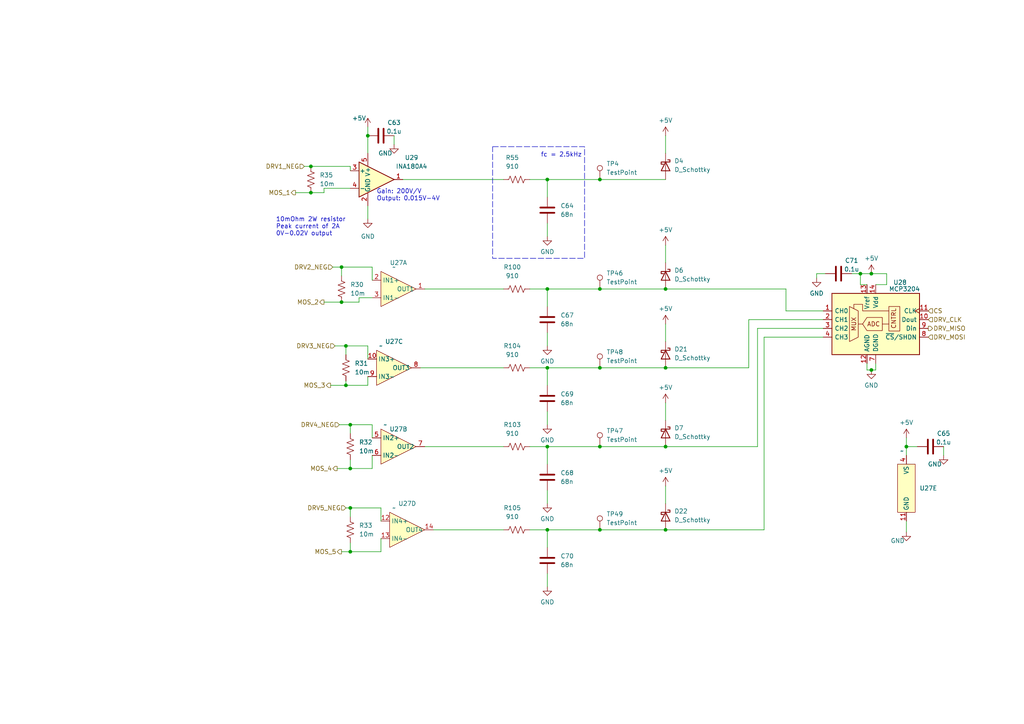
<source format=kicad_sch>
(kicad_sch (version 20231120) (generator "eeschema") (generator_version "8.0")
  (paper "A4")
  (lib_symbols
    (symbol "Amplifier_Current:INA180A4" (pin_names (offset 0.127))
      (property "Reference" "U" (at 3.81 3.81 0))
      (property "Value" "INA180A4" (at 3.81 -2.54 0))
      (symbol "INA180A4_0_1"
        (polyline (pts (xy 5.08 0) (xy -5.08 5.08) (xy -5.08 -5.08) (xy 5.08 0)) (stroke (width 0.254)) (fill (type background)))
      )
      (symbol "INA180A4_1_1"
        (pin output line (at 7.62 0 180) (length 2.54) (name "~") (number "1"))
        (pin power_in line (at -2.54 -7.62 90) (length 3.81) (name "GND") (number "2"))
        (pin input line (at -7.62 2.54 0) (length 2.54) (name "+") (number "3"))
        (pin input line (at -7.62 -2.54 0) (length 2.54) (name "-") (number "4"))
        (pin power_in line (at -2.54 7.62 270) (length 3.81) (name "V+") (number "5"))
      )
    )
    (symbol "Analog_ADC:MCP3204" (pin_names (offset 0.762))
      (property "Reference" "U" (at -5.08 10.795 0))
      (property "Value" "MCP3204" (at -5.08 8.89 0))
      (symbol "MCP3204_0_0"
        (text "ADC" (at -0.635 -1.27 0) (effects (font (size 1.27 1.27))))
        (text "CNTRL" (at 5.969 -2.667 900) (effects (font (size 1.27 1.27)) (justify left bottom)))
        (text "MUX" (at -6.35 -1.27 900) (effects (font (size 1.27 1.27))))
      )
      (symbol "MCP3204_0_1"
        (polyline (pts (xy -5.08 -1.27) (xy -3.81 -1.27)))
        (polyline (pts (xy 1.905 -1.27) (xy 3.81 -1.27)))
        (polyline (pts (xy -7.62 3.81) (xy -7.62 -6.35) (xy -5.08 -5.08) (xy -5.08 2.54) (xy -7.62 3.81)))
        (polyline (pts (xy 3.81 2.54) (xy -3.81 2.54) (xy -3.81 4.445) (xy -6.35 4.445) (xy -6.35 3.175)))
        (polyline (pts (xy -3.81 -1.27) (xy -2.54 0.635) (xy 1.905 0.635) (xy 1.905 -3.175) (xy -2.54 -3.175) (xy -3.81 -1.27)))
        (rectangle (start 3.81 -3.302) (end 6.985 3.81))
        (rectangle (start 12.7 7.62) (end -12.7 -10.16) (stroke (width 0.254)) (fill (type background)))
      )
      (symbol "MCP3204_1_1"
        (pin input line (at -15.24 2.54 0) (length 2.54) (name "CH0") (number "1"))
        (pin output line (at 15.24 0 180) (length 2.54) (name "Dout") (number "10"))
        (pin input clock (at 15.24 2.54 180) (length 2.54) (name "CLK") (number "11"))
        (pin power_in line (at -2.54 -12.7 90) (length 2.54) (name "AGND") (number "12"))
        (pin power_in line (at -2.54 10.16 270) (length 2.54) (name "Vref") (number "13"))
        (pin power_in line (at 0 10.16 270) (length 2.54) (name "Vdd") (number "14"))
        (pin input line (at -15.24 0 0) (length 2.54) (name "CH1") (number "2"))
        (pin input line (at -15.24 -2.54 0) (length 2.54) (name "CH2") (number "3"))
        (pin input line (at -15.24 -5.08 0) (length 2.54) (name "CH3") (number "4"))
        (pin no_connect line (at -10.16 -10.16 90) (length 2.54) hide (name "NC") (number "5"))
        (pin no_connect line (at -7.62 -10.16 90) (length 2.54) hide (name "NC") (number "6"))
        (pin power_in line (at 0 -12.7 90) (length 2.54) (name "DGND") (number "7"))
        (pin input line (at 15.24 -5.08 180) (length 2.54) (name "~{CS}/SHDN") (number "8"))
        (pin input line (at 15.24 -2.54 180) (length 2.54) (name "Din") (number "9"))
      )
    )
    (symbol "Connector:TestPoint" (pin_numbers hide) (pin_names (offset 0.762) hide)
      (property "Reference" "TP" (at 0 6.858 0))
      (property "Value" "TestPoint" (at 0 5.08 0))
      (symbol "TestPoint_0_1"
        (circle (center 0 3.302) (radius 0.762))
      )
      (symbol "TestPoint_1_1"
        (pin passive line (at 0 0 90) (length 2.54) (name "1") (number "1"))
      )
    )
    (symbol "Device:C" (pin_numbers hide) (pin_names (offset 0.254))
      (property "Reference" "C" (at 0.635 2.54 0))
      (property "Value" "C" (at 0.635 -2.54 0))
      (symbol "C_0_1"
        (polyline (pts (xy -2.032 -0.762) (xy 2.032 -0.762)) (stroke (width 0.508)))
        (polyline (pts (xy -2.032 0.762) (xy 2.032 0.762)) (stroke (width 0.508)))
      )
      (symbol "C_1_1"
        (pin passive line (at 0 3.81 270) (length 2.794) (name "~") (number "1"))
        (pin passive line (at 0 -3.81 90) (length 2.794) (name "~") (number "2"))
      )
    )
    (symbol "Device:D_Schottky" (pin_numbers hide) (pin_names (offset 1.016) hide)
      (property "Reference" "D" (at 0 2.54 0))
      (property "Value" "D_Schottky" (at 0 -2.54 0))
      (symbol "D_Schottky_0_1"
        (polyline (pts (xy 1.27 0) (xy -1.27 0)))
        (polyline (pts (xy 1.27 1.27) (xy 1.27 -1.27) (xy -1.27 0) (xy 1.27 1.27)) (stroke (width 0.254)))
        (polyline (pts (xy -1.905 0.635) (xy -1.905 1.27) (xy -1.27 1.27) (xy -1.27 -1.27) (xy -0.635 -1.27) (xy -0.635 -0.635)) (stroke (width 0.254)))
      )
      (symbol "D_Schottky_1_1"
        (pin passive line (at -3.81 0 0) (length 2.54) (name "K") (number "1"))
        (pin passive line (at 3.81 0 180) (length 2.54) (name "A") (number "2"))
      )
    )
    (symbol "Device:R_US" (pin_numbers hide) (pin_names (offset 0))
      (property "Reference" "R" (at 2.54 0 90))
      (property "Value" "R_US" (at -2.54 0 90))
      (symbol "R_US_0_1"
        (polyline (pts (xy 0 -2.286) (xy 0 -2.54)))
        (polyline (pts (xy 0 2.286) (xy 0 2.54)))
        (polyline (pts (xy 0 -0.762) (xy 1.016 -1.143) (xy 0 -1.524) (xy -1.016 -1.905) (xy 0 -2.286)))
        (polyline (pts (xy 0 0.762) (xy 1.016 0.381) (xy 0 0) (xy -1.016 -0.381) (xy 0 -0.762)))
        (polyline (pts (xy 0 2.286) (xy 1.016 1.905) (xy 0 1.524) (xy -1.016 1.143) (xy 0 0.762)))
      )
      (symbol "R_US_1_1"
        (pin passive line (at 0 3.81 270) (length 1.27) (name "~") (number "1"))
        (pin passive line (at 0 -3.81 90) (length 1.27) (name "~") (number "2"))
      )
    )
    (symbol "karca_lib:INA180A4"
      (property "Reference" "U" (at 0 0 0))
      (symbol "INA180A4_1_1"
        (polyline (pts (xy -3.81 -1.27) (xy -3.81 -11.43) (xy 6.35 -6.35) (xy -3.81 -1.27)) (fill (type background)))
        (pin output line (at 8.89 -6.35 180) (length 2.54) (name "OUT1") (number "1"))
        (pin input line (at -6.35 -3.81 0) (length 2.54) (name "IN1+") (number "2"))
        (pin input line (at -6.35 -8.89 0) (length 2.54) (name "IN1-") (number "3"))
      )
      (symbol "INA180A4_2_1"
        (polyline (pts (xy -1.27 -1.27) (xy -1.27 -11.43) (xy 8.89 -6.35) (xy -1.27 -1.27)) (fill (type background)))
        (pin input line (at -3.81 -3.81 0) (length 2.54) (name "IN2+") (number "5"))
        (pin input line (at -3.81 -8.89 0) (length 2.54) (name "IN2-") (number "6"))
        (pin output line (at 11.43 -6.35 180) (length 2.54) (name "OUT2") (number "7"))
      )
      (symbol "INA180A4_3_1"
        (polyline (pts (xy -1.27 -1.27) (xy -1.27 -11.43) (xy 8.89 -6.35) (xy -1.27 -1.27)) (fill (type background)))
        (pin input line (at -3.81 -3.81 0) (length 2.54) (name "IN3+") (number "10"))
        (pin output line (at 11.43 -6.35 180) (length 2.54) (name "OUT3") (number "8"))
        (pin input line (at -3.81 -8.89 0) (length 2.54) (name "IN3-") (number "9"))
      )
      (symbol "INA180A4_4_1"
        (polyline (pts (xy -1.27 -1.27) (xy -1.27 -11.43) (xy 8.89 -6.35) (xy -1.27 -1.27)) (fill (type background)))
        (pin input line (at -3.81 -3.81 0) (length 2.54) (name "IN4+") (number "12"))
        (pin input line (at -3.81 -8.89 0) (length 2.54) (name "IN4-") (number "13"))
        (pin output line (at 11.43 -6.35 180) (length 2.54) (name "OUT4") (number "14"))
      )
      (symbol "INA180A4_5_1"
        (rectangle (start -1.27 -3.81) (end 3.81 -17.78) (fill (type background)))
        (pin power_in line (at 1.27 -20.32 90) (length 2.54) (name "GND") (number "11"))
        (pin power_in line (at 1.27 -1.27 270) (length 2.54) (name "VS") (number "4"))
      )
    )
    (symbol "power:+5V" (power) (pin_names (offset 0))
      (property "Value" "+5V" (at 0 3.556 0))
      (symbol "+5V_0_1"
        (polyline (pts (xy -0.762 1.27) (xy 0 2.54)))
        (polyline (pts (xy 0 0) (xy 0 2.54)))
        (polyline (pts (xy 0 2.54) (xy 0.762 1.27)))
      )
      (symbol "+5V_1_1"
        (pin power_in line (at 0 0 90) (length 0) hide (name "+5V") (number "1"))
      )
    )
    (symbol "power:GND" (power) (pin_names (offset 0))
      (property "Value" "GND" (at 0 -3.81 0))
      (symbol "GND_0_1"
        (polyline (pts (xy 0 0) (xy 0 -1.27) (xy 1.27 -1.27) (xy 0 -2.54) (xy -1.27 -1.27) (xy 0 -1.27)))
      )
      (symbol "GND_1_1"
        (pin power_in line (at 0 0 270) (length 0) hide (name "GND") (number "1"))
      )
    )
  )
  (junction (at 90.17 48.26))
  (junction (at 100.33 100.33))
  (junction (at 252.73 107.315))
  (junction (at 173.99 129.54))
  (junction (at 101.6 160.02))
  (junction (at 99.06 77.47))
  (junction (at 158.75 153.67))
  (junction (at 158.75 83.82))
  (junction (at 101.6 135.89))
  (junction (at 100.33 111.76))
  (junction (at 262.89 129.54))
  (junction (at 90.17 55.88))
  (junction (at 173.99 52.07))
  (junction (at 252.73 79.375))
  (junction (at 158.75 52.07))
  (junction (at 249.555 79.375))
  (junction (at 193.04 153.67))
  (junction (at 101.6 147.32))
  (junction (at 173.99 153.67))
  (junction (at 101.6 123.19))
  (junction (at 106.68 39.37))
  (junction (at 99.06 87.63))
  (junction (at 193.04 106.68))
  (junction (at 193.04 129.54))
  (junction (at 173.99 83.82))
  (junction (at 158.75 129.54))
  (junction (at 158.75 106.68))
  (junction (at 193.04 83.82))
  (junction (at 173.99 106.68))
  (wire (pts (xy 249.555 79.375) (xy 249.555 82.55)))
  (wire (pts (xy 251.46 105.41) (xy 251.46 107.315)))
  (wire (pts (xy 114.3 39.37) (xy 114.3 41.91)))
  (wire (pts (xy 257.175 79.375) (xy 257.175 82.55)))
  (wire (pts (xy 97.79 135.89) (xy 101.6 135.89)))
  (wire (pts (xy 193.04 140.97) (xy 193.04 146.05)))
  (wire (pts (xy 193.04 71.12) (xy 193.04 76.2)))
  (wire (pts (xy 123.19 83.82) (xy 146.05 83.82)))
  (wire (pts (xy 123.19 129.54) (xy 146.05 129.54)))
  (wire (pts (xy 158.75 83.82) (xy 153.67 83.82)))
  (wire (pts (xy 158.75 129.54) (xy 173.99 129.54)))
  (wire (pts (xy 101.6 48.26) (xy 101.6 49.53)))
  (wire (pts (xy 107.95 135.89) (xy 101.6 135.89)))
  (wire (pts (xy 173.99 83.82) (xy 193.04 83.82)))
  (wire (pts (xy 106.68 36.83) (xy 106.68 39.37)))
  (wire (pts (xy 262.89 129.54) (xy 262.89 132.08)))
  (wire (pts (xy 158.75 106.68) (xy 153.67 106.68)))
  (wire (pts (xy 107.95 86.36) (xy 104.14 86.36)))
  (wire (pts (xy 110.49 160.02) (xy 110.49 156.21)))
  (wire (pts (xy 193.04 116.84) (xy 193.04 121.92)))
  (wire (pts (xy 158.75 153.67) (xy 173.99 153.67)))
  (wire (pts (xy 106.68 39.37) (xy 106.68 44.45)))
  (wire (pts (xy 221.615 153.67) (xy 193.04 153.67)))
  (wire (pts (xy 221.615 97.79) (xy 238.76 97.79)))
  (wire (pts (xy 219.71 95.25) (xy 238.76 95.25)))
  (wire (pts (xy 104.14 87.63) (xy 99.06 87.63)))
  (wire (pts (xy 273.685 129.54) (xy 273.685 132.08)))
  (wire (pts (xy 158.75 111.76) (xy 158.75 106.68)))
  (wire (pts (xy 257.175 82.55) (xy 254 82.55)))
  (wire (pts (xy 106.68 100.33) (xy 106.68 104.14)))
  (wire (pts (xy 88.265 48.26) (xy 90.17 48.26)))
  (wire (pts (xy 158.75 83.82) (xy 173.99 83.82)))
  (wire (pts (xy 173.99 52.07) (xy 193.04 52.07)))
  (wire (pts (xy 90.17 48.26) (xy 101.6 48.26)))
  (wire (pts (xy 107.95 132.08) (xy 107.95 135.89)))
  (wire (pts (xy 106.68 111.76) (xy 100.33 111.76)))
  (wire (pts (xy 158.75 158.75) (xy 158.75 153.67)))
  (wire (pts (xy 99.06 160.02) (xy 101.6 160.02)))
  (wire (pts (xy 219.71 129.54) (xy 193.04 129.54)))
  (wire (pts (xy 239.395 79.375) (xy 236.855 79.375)))
  (wire (pts (xy 158.75 52.07) (xy 173.99 52.07)))
  (wire (pts (xy 173.99 153.67) (xy 193.04 153.67)))
  (wire (pts (xy 101.6 147.32) (xy 101.6 149.86)))
  (wire (pts (xy 236.855 79.375) (xy 236.855 80.645)))
  (wire (pts (xy 97.155 100.33) (xy 100.33 100.33)))
  (wire (pts (xy 247.015 79.375) (xy 249.555 79.375)))
  (wire (pts (xy 101.6 54.61) (xy 93.98 54.61)))
  (wire (pts (xy 98.425 123.19) (xy 101.6 123.19)))
  (wire (pts (xy 106.68 59.69) (xy 106.68 63.5)))
  (wire (pts (xy 125.73 153.67) (xy 146.05 153.67)))
  (wire (pts (xy 217.17 106.68) (xy 193.04 106.68)))
  (wire (pts (xy 227.965 83.82) (xy 227.965 90.17)))
  (wire (pts (xy 227.965 90.17) (xy 238.76 90.17)))
  (wire (pts (xy 101.6 123.19) (xy 101.6 125.73)))
  (wire (pts (xy 93.98 87.63) (xy 99.06 87.63)))
  (wire (pts (xy 100.33 147.32) (xy 101.6 147.32)))
  (wire (pts (xy 173.99 106.68) (xy 193.04 106.68)))
  (wire (pts (xy 217.17 92.71) (xy 238.76 92.71)))
  (wire (pts (xy 95.885 111.76) (xy 100.33 111.76)))
  (wire (pts (xy 193.04 83.82) (xy 227.965 83.82)))
  (wire (pts (xy 107.95 77.47) (xy 107.95 81.28)))
  (wire (pts (xy 100.33 100.33) (xy 100.33 102.87)))
  (wire (pts (xy 158.75 64.77) (xy 158.75 68.58)))
  (wire (pts (xy 158.75 134.62) (xy 158.75 129.54)))
  (wire (pts (xy 107.95 127) (xy 107.95 123.19)))
  (wire (pts (xy 193.04 39.37) (xy 193.04 44.45)))
  (wire (pts (xy 221.615 97.79) (xy 221.615 153.67)))
  (wire (pts (xy 158.75 106.68) (xy 173.99 106.68)))
  (wire (pts (xy 93.98 54.61) (xy 93.98 55.88)))
  (wire (pts (xy 101.6 157.48) (xy 101.6 160.02)))
  (wire (pts (xy 254 105.41) (xy 254 107.315)))
  (wire (pts (xy 158.75 153.67) (xy 153.67 153.67)))
  (wire (pts (xy 251.46 107.315) (xy 252.73 107.315)))
  (wire (pts (xy 116.84 52.07) (xy 146.05 52.07)))
  (wire (pts (xy 100.33 100.33) (xy 106.68 100.33)))
  (wire (pts (xy 158.75 96.52) (xy 158.75 100.33)))
  (wire (pts (xy 249.555 79.375) (xy 252.73 79.375)))
  (wire (pts (xy 93.98 55.88) (xy 90.17 55.88)))
  (wire (pts (xy 158.75 88.9) (xy 158.75 83.82)))
  (wire (pts (xy 110.49 147.32) (xy 101.6 147.32)))
  (wire (pts (xy 158.75 129.54) (xy 153.67 129.54)))
  (wire (pts (xy 158.75 119.38) (xy 158.75 123.19)))
  (wire (pts (xy 99.06 77.47) (xy 107.95 77.47)))
  (wire (pts (xy 262.89 151.13) (xy 262.89 154.305)))
  (wire (pts (xy 101.6 133.35) (xy 101.6 135.89)))
  (wire (pts (xy 249.555 82.55) (xy 251.46 82.55)))
  (wire (pts (xy 100.33 111.76) (xy 100.33 110.49)))
  (wire (pts (xy 107.95 123.19) (xy 101.6 123.19)))
  (wire (pts (xy 158.75 142.24) (xy 158.75 146.05)))
  (wire (pts (xy 219.71 95.25) (xy 219.71 129.54)))
  (wire (pts (xy 262.89 129.54) (xy 266.065 129.54)))
  (wire (pts (xy 262.89 127) (xy 262.89 129.54)))
  (wire (pts (xy 257.175 79.375) (xy 252.73 79.375)))
  (wire (pts (xy 158.75 166.37) (xy 158.75 170.18)))
  (wire (pts (xy 99.06 80.01) (xy 99.06 77.47)))
  (wire (pts (xy 173.99 129.54) (xy 193.04 129.54)))
  (wire (pts (xy 96.52 77.47) (xy 99.06 77.47)))
  (wire (pts (xy 85.725 55.88) (xy 90.17 55.88)))
  (wire (pts (xy 121.92 106.68) (xy 146.05 106.68)))
  (wire (pts (xy 254 107.315) (xy 252.73 107.315)))
  (wire (pts (xy 217.17 92.71) (xy 217.17 106.68)))
  (wire (pts (xy 106.68 109.22) (xy 106.68 111.76)))
  (wire (pts (xy 158.75 57.15) (xy 158.75 52.07)))
  (wire (pts (xy 158.75 52.07) (xy 153.67 52.07)))
  (wire (pts (xy 193.04 93.98) (xy 193.04 99.06)))
  (wire (pts (xy 110.49 151.13) (xy 110.49 147.32)))
  (wire (pts (xy 101.6 160.02) (xy 110.49 160.02)))
  (wire (pts (xy 104.14 86.36) (xy 104.14 87.63)))
  (rectangle (start 142.875 42.545) (end 169.545 74.93) (stroke (width 0) (type dash)))
  (text "Gain: 200V/V\nOutput: 0.015V-4V" (at 109.22 58.42 0) (effects (font (size 1.27 1.27)) (justify left bottom)))
  (text "10mOhm 2W resistor\nPeak current of 2A\n0V-0.02V output" (at 80.01 68.58 0) (effects (font (size 1.27 1.27)) (justify left bottom)))
  (text "fc = 2.5kHz\n" (at 156.845 45.72 0) (effects (font (size 1.27 1.27)) (justify left bottom)))
  (hierarchical_label "MOS_5" (shape output) (at 99.06 160.02 180))
  (hierarchical_label "DRV5_NEG" (shape input) (at 100.33 147.32 180))
  (hierarchical_label "DRV1_NEG" (shape input) (at 88.265 48.26 180))
  (hierarchical_label "DRV_MOSI" (shape input) (at 269.24 97.79 0))
  (hierarchical_label "MOS_3" (shape output) (at 95.885 111.76 180))
  (hierarchical_label "MOS_1" (shape output) (at 85.725 55.88 180))
  (hierarchical_label "MOS_2" (shape output) (at 93.98 87.63 180))
  (hierarchical_label "DRV2_NEG" (shape input) (at 96.52 77.47 180))
  (hierarchical_label "MOS_4" (shape output) (at 97.79 135.89 180))
  (hierarchical_label "DRV4_NEG" (shape input) (at 98.425 123.19 180))
  (hierarchical_label "DRV_MISO" (shape output) (at 269.24 95.25 0))
  (hierarchical_label "DRV3_NEG" (shape input) (at 97.155 100.33 180))
  (hierarchical_label "DRV_CLK" (shape input) (at 269.24 92.71 0))
  (hierarchical_label "CS" (shape input) (at 269.24 90.17 0))
  (symbol (lib_id "Device:R_US") (at 149.86 52.07 90) (unit 1)
    (property "Reference" "R55" (at 148.59 45.72 90))
    (property "Value" "910" (at 148.59 48.26 90))
  )
  (symbol (lib_id "power:+5V") (at 193.04 71.12 0) (unit 1)
    (property "Reference" "#PWR0175" (effects (hide yes)))
    (property "Value" "+5V" (at 193.04 66.675 0))
  )
  (symbol (lib_id "power:+5V") (at 193.04 140.97 0) (unit 1)
    (property "Reference" "#PWR0181" (effects (hide yes)))
    (property "Value" "+5V" (at 193.04 136.525 0))
  )
  (symbol (lib_id "Analog_ADC:MCP3204") (at 254 92.71 0) (unit 1)
    (property "Reference" "U28" (at 259.08 81.915 0) (effects (justify left)))
    (property "Value" "MCP3204" (at 257.81 83.82 0) (effects (justify left)))
    (property "Datasheet" "http://ww1.microchip.com/downloads/en/DeviceDoc/21298c.pdf" (effects (hide yes)))
  )
  (symbol (lib_id "power:GND") (at 158.75 123.19 0) (mirror y) (unit 1)
    (property "Reference" "#PWR0180" (effects (hide yes)))
    (property "Value" "GND" (at 158.75 127.635 0))
  )
  (symbol (lib_id "power:+5V") (at 262.89 127 0) (unit 1)
    (property "Reference" "#PWR0170" (effects (hide yes)))
    (property "Value" "+5V" (at 262.89 122.555 0))
  )
  (symbol (lib_id "power:GND") (at 236.855 80.645 0) (mirror y) (unit 1)
    (property "Reference" "#PWR0183" (effects (hide yes)))
    (property "Value" "GND" (at 236.855 85.09 0))
  )
  (symbol (lib_id "power:+5V") (at 193.04 116.84 0) (unit 1)
    (property "Reference" "#PWR0177" (effects (hide yes)))
    (property "Value" "+5V" (at 193.04 112.395 0))
  )
  (symbol (lib_id "karca_lib:INA180A4") (at 114.3 77.47 0) (unit 1)
    (property "Reference" "U27" (at 115.57 76.2 0))
    (property "Value" "~" (at 114.3 77.47 0))
  )
  (symbol (lib_id "Connector:TestPoint") (at 173.99 52.07 0) (unit 1)
    (property "Reference" "TP4" (at 175.895 47.498 0) (effects (justify left)))
    (property "Value" "TestPoint" (at 175.895 50.038 0) (effects (justify left)))
  )
  (symbol (lib_id "karca_lib:INA180A4") (at 261.62 130.81 0) (unit 5)
    (property "Reference" "U27" (at 266.7 141.605 0) (effects (justify left)))
    (property "Value" "~" (at 261.62 130.81 0))
  )
  (symbol (lib_id "Device:C") (at 158.75 92.71 180) (unit 1)
    (property "Reference" "C67" (at 162.56 91.44 0) (effects (justify right)))
    (property "Value" "68n" (at 162.56 93.98 0) (effects (justify right)))
    (property "Footprint" "Capacitor_SMD:C_1206_3216Metric" (effects (hide yes)))
  )
  (symbol (lib_id "Device:C") (at 158.75 138.43 180) (unit 1)
    (property "Reference" "C68" (at 162.56 137.16 0) (effects (justify right)))
    (property "Value" "68n" (at 162.56 139.7 0) (effects (justify right)))
    (property "Footprint" "Capacitor_SMD:C_1206_3216Metric" (effects (hide yes)))
  )
  (symbol (lib_id "power:GND") (at 273.685 132.08 0) (unit 1)
    (property "Reference" "#PWR0171" (effects (hide yes)))
    (property "Value" "GND" (at 271.145 134.62 0))
  )
  (symbol (lib_id "Device:D_Schottky") (at 193.04 125.73 270) (unit 1)
    (property "Reference" "D7" (at 195.58 124.1425 90) (effects (justify left)))
    (property "Value" "D_Schottky" (at 195.58 126.6825 90) (effects (justify left)))
    (property "Footprint" "Diode_SMD:D_SMA" (effects (hide yes)))
  )
  (symbol (lib_id "Device:C") (at 158.75 60.96 180) (unit 1)
    (property "Reference" "C64" (at 162.56 59.69 0) (effects (justify right)))
    (property "Value" "68n" (at 162.56 62.23 0) (effects (justify right)))
    (property "Footprint" "Capacitor_SMD:C_1206_3216Metric" (effects (hide yes)))
  )
  (symbol (lib_id "Connector:TestPoint") (at 173.99 83.82 0) (unit 1)
    (property "Reference" "TP46" (at 175.895 79.248 0) (effects (justify left)))
    (property "Value" "TestPoint" (at 175.895 81.788 0) (effects (justify left)))
  )
  (symbol (lib_id "Device:D_Schottky") (at 193.04 48.26 270) (unit 1)
    (property "Reference" "D4" (at 195.58 46.6725 90) (effects (justify left)))
    (property "Value" "D_Schottky" (at 195.58 49.2125 90) (effects (justify left)))
    (property "Footprint" "Diode_SMD:D_SMA" (effects (hide yes)))
  )
  (symbol (lib_id "power:GND") (at 158.75 100.33 0) (mirror y) (unit 1)
    (property "Reference" "#PWR0176" (effects (hide yes)))
    (property "Value" "GND" (at 158.75 104.775 0))
  )
  (symbol (lib_id "power:+5V") (at 193.04 39.37 0) (unit 1)
    (property "Reference" "#PWR0168" (effects (hide yes)))
    (property "Value" "+5V" (at 193.04 34.925 0))
  )
  (symbol (lib_id "power:+5V") (at 193.04 93.98 0) (unit 1)
    (property "Reference" "#PWR0179" (effects (hide yes)))
    (property "Value" "+5V" (at 193.04 89.535 0))
  )
  (symbol (lib_id "Device:R_US") (at 100.33 106.68 180) (unit 1)
    (property "Reference" "R31" (at 102.87 105.41 0) (effects (justify right)))
    (property "Value" "10m" (at 102.87 107.95 0) (effects (justify right)))
  )
  (symbol (lib_id "power:GND") (at 106.68 63.5 0) (unit 1)
    (property "Reference" "#PWR0167" (effects (hide yes)))
    (property "Value" "GND" (at 106.68 68.58 0))
  )
  (symbol (lib_id "Amplifier_Current:INA180A4") (at 109.22 52.07 0) (unit 1)
    (property "Reference" "U29" (at 119.38 45.72 0))
    (property "Value" "INA180A4" (at 119.38 48.26 0))
    (property "Footprint" "Package_TO_SOT_SMD:SOT-23-5" (effects (hide yes)))
    (property "Datasheet" "http://www.ti.com/lit/ds/symlink/ina180.pdf" (effects (hide yes)))
  )
  (symbol (lib_id "power:+5V") (at 106.68 36.83 0) (unit 1)
    (property "Reference" "#PWR0165" (effects (hide yes)))
    (property "Value" "+5V" (at 104.14 34.29 0))
  )
  (symbol (lib_id "karca_lib:INA180A4") (at 111.76 123.19 0) (unit 2)
    (property "Reference" "U27" (at 115.57 124.46 0))
    (property "Value" "~" (at 111.76 123.19 0))
  )
  (symbol (lib_id "Device:C") (at 110.49 39.37 90) (unit 1)
    (property "Reference" "C63" (at 114.3 35.56 90))
    (property "Value" "0.1u" (at 114.3 38.1 90))
  )
  (symbol (lib_id "Device:R_US") (at 149.86 83.82 90) (unit 1)
    (property "Reference" "R100" (at 148.59 77.47 90))
    (property "Value" "910" (at 148.59 80.01 90))
  )
  (symbol (lib_id "power:+5V") (at 252.73 79.375 0) (unit 1)
    (property "Reference" "#PWR0174" (effects (hide yes)))
    (property "Value" "+5V" (at 252.73 74.93 0))
  )
  (symbol (lib_id "power:GND") (at 158.75 170.18 0) (mirror y) (unit 1)
    (property "Reference" "#PWR0182" (effects (hide yes)))
    (property "Value" "GND" (at 158.75 174.625 0))
  )
  (symbol (lib_id "Device:R_US") (at 101.6 129.54 180) (unit 1)
    (property "Reference" "R32" (at 104.14 128.27 0) (effects (justify right)))
    (property "Value" "10m" (at 104.14 130.81 0) (effects (justify right)))
  )
  (symbol (lib_id "karca_lib:INA180A4") (at 110.49 100.33 0) (unit 3)
    (property "Reference" "U27" (at 114.3 99.06 0))
    (property "Value" "~" (at 110.49 100.33 0))
  )
  (symbol (lib_id "Device:D_Schottky") (at 193.04 149.86 270) (unit 1)
    (property "Reference" "D22" (at 195.58 148.2725 90) (effects (justify left)))
    (property "Value" "D_Schottky" (at 195.58 150.8125 90) (effects (justify left)))
    (property "Footprint" "Diode_SMD:D_SMA" (effects (hide yes)))
  )
  (symbol (lib_id "Connector:TestPoint") (at 173.99 153.67 0) (unit 1)
    (property "Reference" "TP49" (at 175.895 149.098 0) (effects (justify left)))
    (property "Value" "TestPoint" (at 175.895 151.638 0) (effects (justify left)))
  )
  (symbol (lib_id "power:GND") (at 158.75 146.05 0) (mirror y) (unit 1)
    (property "Reference" "#PWR0178" (effects (hide yes)))
    (property "Value" "GND" (at 158.75 150.495 0))
  )
  (symbol (lib_id "Device:R_US") (at 101.6 153.67 180) (unit 1)
    (property "Reference" "R33" (at 104.14 152.4 0) (effects (justify right)))
    (property "Value" "10m" (at 104.14 154.94 0) (effects (justify right)))
  )
  (symbol (lib_id "power:GND") (at 262.89 154.305 0) (unit 1)
    (property "Reference" "#PWR0172" (effects (hide yes)))
    (property "Value" "GND" (at 260.35 156.845 0))
  )
  (symbol (lib_id "Device:R_US") (at 149.86 129.54 90) (unit 1)
    (property "Reference" "R103" (at 148.59 123.19 90))
    (property "Value" "910" (at 148.59 125.73 90))
  )
  (symbol (lib_id "power:GND") (at 158.75 68.58 0) (mirror y) (unit 1)
    (property "Reference" "#PWR0169" (effects (hide yes)))
    (property "Value" "GND" (at 158.75 73.025 0))
  )
  (symbol (lib_id "Device:R_US") (at 90.17 52.07 180) (unit 1)
    (property "Reference" "R35" (at 92.71 50.8 0) (effects (justify right)))
    (property "Value" "10m" (at 92.71 53.34 0) (effects (justify right)))
  )
  (symbol (lib_id "Device:C") (at 158.75 115.57 180) (unit 1)
    (property "Reference" "C69" (at 162.56 114.3 0) (effects (justify right)))
    (property "Value" "68n" (at 162.56 116.84 0) (effects (justify right)))
    (property "Footprint" "Capacitor_SMD:C_1206_3216Metric" (effects (hide yes)))
  )
  (symbol (lib_id "power:GND") (at 252.73 107.315 0) (mirror y) (unit 1)
    (property "Reference" "#PWR0184" (effects (hide yes)))
    (property "Value" "GND" (at 252.73 111.76 0))
  )
  (symbol (lib_id "karca_lib:INA180A4") (at 114.3 147.32 0) (unit 4)
    (property "Reference" "U27" (at 118.11 146.05 0))
    (property "Value" "~" (at 114.3 147.32 0))
  )
  (symbol (lib_id "Device:R_US") (at 99.06 83.82 180) (unit 1)
    (property "Reference" "R30" (at 101.6 82.55 0) (effects (justify right)))
    (property "Value" "10m" (at 101.6 85.09 0) (effects (justify right)))
  )
  (symbol (lib_id "Device:R_US") (at 149.86 153.67 90) (unit 1)
    (property "Reference" "R105" (at 148.59 147.32 90))
    (property "Value" "910" (at 148.59 149.86 90))
  )
  (symbol (lib_id "Connector:TestPoint") (at 173.99 106.68 0) (unit 1)
    (property "Reference" "TP48" (at 175.895 102.108 0) (effects (justify left)))
    (property "Value" "TestPoint" (at 175.895 104.648 0) (effects (justify left)))
  )
  (symbol (lib_id "Device:C") (at 243.205 79.375 90) (unit 1)
    (property "Reference" "C71" (at 247.015 75.565 90))
    (property "Value" "0.1u" (at 247.015 78.105 90))
  )
  (symbol (lib_id "Device:C") (at 269.875 129.54 90) (unit 1)
    (property "Reference" "C65" (at 273.685 125.73 90))
    (property "Value" "0.1u" (at 273.685 128.27 90))
  )
  (symbol (lib_id "Device:D_Schottky") (at 193.04 102.87 270) (unit 1)
    (property "Reference" "D21" (at 195.58 101.2825 90) (effects (justify left)))
    (property "Value" "D_Schottky" (at 195.58 103.8225 90) (effects (justify left)))
    (property "Footprint" "Diode_SMD:D_SMA" (effects (hide yes)))
  )
  (symbol (lib_id "power:GND") (at 114.3 41.91 0) (unit 1)
    (property "Reference" "#PWR0166" (effects (hide yes)))
    (property "Value" "GND" (at 111.76 44.45 0))
  )
  (symbol (lib_id "Device:C") (at 158.75 162.56 180) (unit 1)
    (property "Reference" "C70" (at 162.56 161.29 0) (effects (justify right)))
    (property "Value" "68n" (at 162.56 163.83 0) (effects (justify right)))
    (property "Footprint" "Capacitor_SMD:C_1206_3216Metric" (effects (hide yes)))
  )
  (symbol (lib_id "Device:R_US") (at 149.86 106.68 90) (unit 1)
    (property "Reference" "R104" (at 148.59 100.33 90))
    (property "Value" "910" (at 148.59 102.87 90))
  )
  (symbol (lib_id "Device:D_Schottky") (at 193.04 80.01 270) (unit 1)
    (property "Reference" "D6" (at 195.58 78.4225 90) (effects (justify left)))
    (property "Value" "D_Schottky" (at 195.58 80.9625 90) (effects (justify left)))
    (property "Footprint" "Diode_SMD:D_SMA" (effects (hide yes)))
  )
  (symbol (lib_id "Connector:TestPoint") (at 173.99 129.54 0) (unit 1)
    (property "Reference" "TP47" (at 175.895 124.968 0) (effects (justify left)))
    (property "Value" "TestPoint" (at 175.895 127.508 0) (effects (justify left)))
  )
)
</source>
